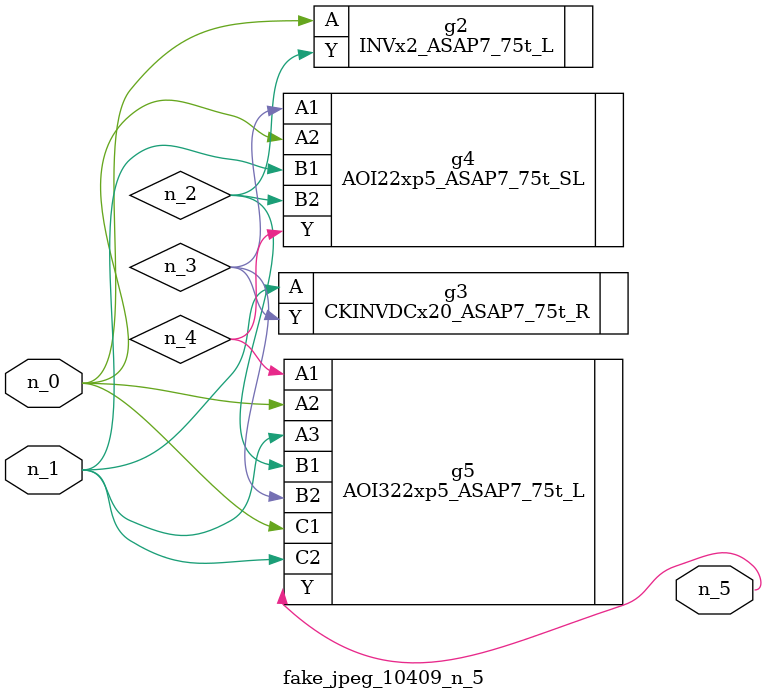
<source format=v>
module fake_jpeg_10409_n_5 (n_0, n_1, n_5);

input n_0;
input n_1;

output n_5;

wire n_2;
wire n_3;
wire n_4;

INVx2_ASAP7_75t_L g2 ( 
.A(n_0),
.Y(n_2)
);

CKINVDCx20_ASAP7_75t_R g3 ( 
.A(n_1),
.Y(n_3)
);

AOI22xp5_ASAP7_75t_SL g4 ( 
.A1(n_3),
.A2(n_0),
.B1(n_1),
.B2(n_2),
.Y(n_4)
);

AOI322xp5_ASAP7_75t_L g5 ( 
.A1(n_4),
.A2(n_0),
.A3(n_1),
.B1(n_2),
.B2(n_3),
.C1(n_0),
.C2(n_1),
.Y(n_5)
);


endmodule
</source>
